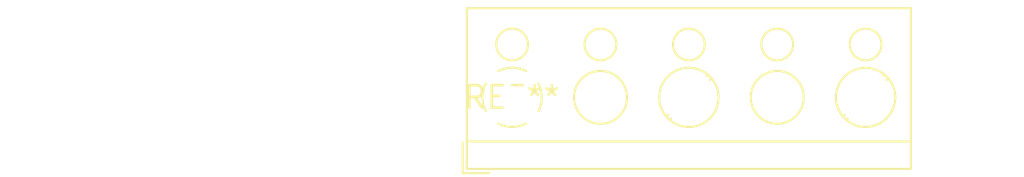
<source format=kicad_pcb>
(kicad_pcb (version 20240108) (generator pcbnew)
  (layers (0 "F.Cu" signal) (31 "B.Cu" signal) (34 "B.Paste" user) (35 "F.Paste" user) (36 "B.SilkS" user "B.Silkscreen") (37 "F.SilkS" user "F.Silkscreen") (38 "B.Mask" user) (39 "F.Mask" user) (44 "Edge.Cuts" user))
  (net 0 "")
  (footprint "TerminalBlock_RND_205-00024_1x03_P10.00mm_Horizontal" (layer "F.Cu") (at 0 0)
    (property "Reference" "REF**")
    (property "Value" "TerminalBlock_RND_205-00024_1x03_P10.00mm_Horizontal")
    (fp_line (start -2.8 2.56) (end -2.8 4.3) (layer "F.SilkS") (stroke (width 0.12)))
    (fp_line (start -2.8 4.3) (end -1.3 4.3) (layer "F.SilkS") (stroke (width 0.12)))
    (fp_line (start -2.56 -5.06) (end -2.56 4.06) (layer "F.SilkS") (stroke (width 0.12)))
    (fp_line (start -2.56 -5.06) (end 22.56 -5.06) (layer "F.SilkS") (stroke (width 0.12)))
    (fp_line (start -2.56 2.5) (end 22.56 2.5) (layer "F.SilkS") (stroke (width 0.12)))
    (fp_line (start -2.56 4.06) (end 22.56 4.06) (layer "F.SilkS") (stroke (width 0.12)))
    (fp_line (start 8.82 0.976) (end 8.726 1.069) (layer "F.SilkS") (stroke (width 0.12)))
    (fp_line (start 8.99 1.216) (end 8.931 1.274) (layer "F.SilkS") (stroke (width 0.12)))
    (fp_line (start 11.07 -1.275) (end 11.011 -1.216) (layer "F.SilkS") (stroke (width 0.12)))
    (fp_line (start 11.275 -1.069) (end 11.181 -0.976) (layer "F.SilkS") (stroke (width 0.12)))
    (fp_line (start 18.82 0.976) (end 18.726 1.069) (layer "F.SilkS") (stroke (width 0.12)))
    (fp_line (start 18.99 1.216) (end 18.931 1.274) (layer "F.SilkS") (stroke (width 0.12)))
    (fp_line (start 21.07 -1.275) (end 21.011 -1.216) (layer "F.SilkS") (stroke (width 0.12)))
    (fp_line (start 21.275 -1.069) (end 21.181 -0.976) (layer "F.SilkS") (stroke (width 0.12)))
    (fp_line (start 22.56 -5.06) (end 22.56 4.06) (layer "F.SilkS") (stroke (width 0.12)))
    (fp_arc (start -1.483953 0.789089) (mid -1.680708 5e-05) (end -1.484 -0.789) (layer "F.SilkS") (stroke (width 0.12)))
    (fp_arc (start -0.789089 -1.483953) (mid -5e-05 -1.680708) (end 0.789 -1.484) (layer "F.SilkS") (stroke (width 0.12)))
    (fp_arc (start 0.029383 1.68045) (mid -0.392304 1.634281) (end -0.789 1.484) (layer "F.SilkS") (stroke (width 0.12)))
    (fp_arc (start 0.788712 1.483352) (mid 0.406429 1.630097) (end 0 1.68) (layer "F.SilkS") (stroke (width 0.12)))
    (fp_arc (start 1.483953 -0.789089) (mid 1.680708 -5e-05) (end 1.484 0.789) (layer "F.SilkS") (stroke (width 0.12)))
    (fp_circle (center 0 -3) (end 0.9 -3) (layer "F.SilkS") (stroke (width 0.12)) (fill none))
    (fp_circle (center 5 -3) (end 5.9 -3) (layer "F.SilkS") (stroke (width 0.12)) (fill none))
    (fp_circle (center 5 0) (end 6.5 0) (layer "F.SilkS") (stroke (width 0.12)) (fill none))
    (fp_circle (center 10 -3) (end 10.9 -3) (layer "F.SilkS") (stroke (width 0.12)) (fill none))
    (fp_circle (center 10 0) (end 11.68 0) (layer "F.SilkS") (stroke (width 0.12)) (fill none))
    (fp_circle (center 15 -3) (end 15.9 -3) (layer "F.SilkS") (stroke (width 0.12)) (fill none))
    (fp_circle (center 15 0) (end 16.5 0) (layer "F.SilkS") (stroke (width 0.12)) (fill none))
    (fp_circle (center 20 -3) (end 20.9 -3) (layer "F.SilkS") (stroke (width 0.12)) (fill none))
    (fp_circle (center 20 0) (end 21.68 0) (layer "F.SilkS") (stroke (width 0.12)) (fill none))
    (pad "1" thru_hole rect (at 0 0) (size 2.5 2.5) (drill 1.3) (layers *.Cu *.Mask) (remove_unused_layers))
    (pad "2" thru_hole circle (at 10 0) (size 2.5 2.5) (drill 1.3) (layers *.Cu *.Mask) (remove_unused_layers))
    (pad "3" thru_hole circle (at 20 0) (size 2.5 2.5) (drill 1.3) (layers *.Cu *.Mask) (remove_unused_layers))
  )
)
</source>
